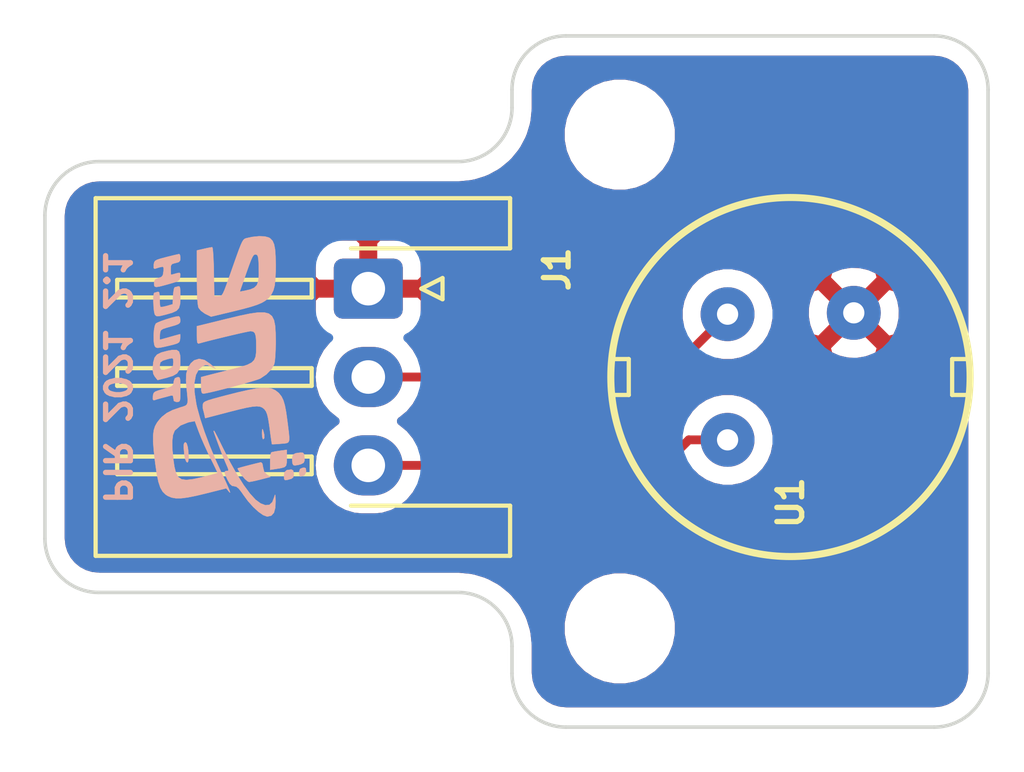
<source format=kicad_pcb>
(kicad_pcb (version 20171130) (host pcbnew "(5.1.8-0-10_14)")

  (general
    (thickness 1.6)
    (drawings 17)
    (tracks 9)
    (zones 0)
    (modules 5)
    (nets 4)
  )

  (page A4)
  (layers
    (0 F.Cu signal)
    (31 B.Cu signal)
    (32 B.Adhes user)
    (33 F.Adhes user)
    (34 B.Paste user)
    (35 F.Paste user)
    (36 B.SilkS user)
    (37 F.SilkS user)
    (38 B.Mask user)
    (39 F.Mask user)
    (40 Dwgs.User user)
    (41 Cmts.User user)
    (42 Eco1.User user)
    (43 Eco2.User user)
    (44 Edge.Cuts user)
    (45 Margin user)
    (46 B.CrtYd user)
    (47 F.CrtYd user)
    (48 B.Fab user)
    (49 F.Fab user)
  )

  (setup
    (last_trace_width 0.25)
    (trace_clearance 0.2)
    (zone_clearance 0.508)
    (zone_45_only no)
    (trace_min 0.2)
    (via_size 0.8)
    (via_drill 0.4)
    (via_min_size 0.4)
    (via_min_drill 0.3)
    (uvia_size 0.3)
    (uvia_drill 0.1)
    (uvias_allowed no)
    (uvia_min_size 0.2)
    (uvia_min_drill 0.1)
    (edge_width 0.1)
    (segment_width 0.2)
    (pcb_text_width 0.3)
    (pcb_text_size 1.5 1.5)
    (mod_edge_width 0.15)
    (mod_text_size 1 1)
    (mod_text_width 0.15)
    (pad_size 1.524 1.524)
    (pad_drill 0.762)
    (pad_to_mask_clearance 0)
    (aux_axis_origin 0 0)
    (visible_elements FFFFFF7F)
    (pcbplotparams
      (layerselection 0x010fc_ffffffff)
      (usegerberextensions false)
      (usegerberattributes true)
      (usegerberadvancedattributes true)
      (creategerberjobfile true)
      (excludeedgelayer true)
      (linewidth 0.100000)
      (plotframeref false)
      (viasonmask false)
      (mode 1)
      (useauxorigin false)
      (hpglpennumber 1)
      (hpglpenspeed 20)
      (hpglpendiameter 15.000000)
      (psnegative false)
      (psa4output false)
      (plotreference true)
      (plotvalue true)
      (plotinvisibletext false)
      (padsonsilk false)
      (subtractmaskfromsilk false)
      (outputformat 1)
      (mirror false)
      (drillshape 0)
      (scaleselection 1)
      (outputdirectory "gerber/"))
  )

  (net 0 "")
  (net 1 "Net-(J1-Pad3)")
  (net 2 "Net-(J1-Pad2)")
  (net 3 GND1)

  (net_class Default "This is the default net class."
    (clearance 0.2)
    (trace_width 0.25)
    (via_dia 0.8)
    (via_drill 0.4)
    (uvia_dia 0.3)
    (uvia_drill 0.1)
    (add_net GND1)
    (add_net "Net-(J1-Pad2)")
    (add_net "Net-(J1-Pad3)")
  )

  (module Sensor_Distance:EKMC1601111 (layer F.Cu) (tedit 606CBAA1) (tstamp 60776386)
    (at 122.174 74.168 90)
    (path /607FABAB)
    (fp_text reference U1 (at -3.556 0 90) (layer F.SilkS)
      (effects (font (size 0.7 0.7) (thickness 0.15)))
    )
    (fp_text value EKMC1601111 (at 0.508 6.096 90) (layer F.Fab) hide
      (effects (font (size 1 1) (thickness 0.15)))
    )
    (fp_line (start 0.508 4.572) (end 0.508 5.08) (layer F.SilkS) (width 0.12))
    (fp_line (start -0.508 4.572) (end 0.508 4.572) (layer F.SilkS) (width 0.12))
    (fp_line (start -0.508 5.08) (end -0.508 4.572) (layer F.SilkS) (width 0.12))
    (fp_line (start 0.508 -4.572) (end 0.508 -5.08) (layer F.SilkS) (width 0.12))
    (fp_line (start -0.508 -4.572) (end 0.508 -4.572) (layer F.SilkS) (width 0.12))
    (fp_line (start -0.508 -5.08) (end -0.508 -4.572) (layer F.SilkS) (width 0.12))
    (fp_circle (center 0 0) (end 5.08 0) (layer F.SilkS) (width 0.2))
    (pad 1 thru_hole circle (at 1.8161 1.7907 90) (size 1.524 1.524) (drill 0.6) (layers *.Cu *.Mask)
      (net 3 GND1))
    (pad 2 thru_hole circle (at -1.778 -1.778 90) (size 1.524 1.524) (drill 0.6) (layers *.Cu *.Mask)
      (net 1 "Net-(J1-Pad3)"))
    (pad 3 thru_hole circle (at 1.778 -1.778 90) (size 1.524 1.524) (drill 0.6) (layers *.Cu *.Mask)
      (net 2 "Net-(J1-Pad2)"))
  )

  (module logo:onetouchlogo (layer B.Cu) (tedit 60590C7D) (tstamp 60776378)
    (at 106.172 74.168 90)
    (path /607FAB83)
    (fp_text reference logo1 (at 1.27 3.81 90) (layer B.SilkS) hide
      (effects (font (size 1.524 1.524) (thickness 0.3)) (justify mirror))
    )
    (fp_text value LOGO (at 0 -3.81 90) (layer B.SilkS) hide
      (effects (font (size 1.524 1.524) (thickness 0.3)) (justify mirror))
    )
    (fp_poly (pts (xy -3.210654 0.138858) (xy -3.099976 0.093624) (xy -2.944613 0.024099) (xy -2.753012 -0.066245)
      (xy -2.735384 -0.074744) (xy -2.344779 -0.254012) (xy -1.945067 -0.42024) (xy -1.553623 -0.567044)
      (xy -1.18782 -0.688037) (xy -0.865032 -0.776835) (xy -0.76314 -0.799601) (xy -0.434225 -0.849507)
      (xy -0.158082 -0.853205) (xy 0.062231 -0.811202) (xy 0.223651 -0.724004) (xy 0.308262 -0.622169)
      (xy 0.341273 -0.54446) (xy 0.335623 -0.472413) (xy 0.300052 -0.387707) (xy 0.235996 -0.254)
      (xy 0.371998 -0.407049) (xy 0.480199 -0.56785) (xy 0.513694 -0.719718) (xy 0.472336 -0.858085)
      (xy 0.389619 -0.952356) (xy 0.260346 -1.034328) (xy 0.103336 -1.078888) (xy -0.097648 -1.088988)
      (xy -0.288166 -1.075606) (xy -0.493652 -1.05406) (xy -0.63519 -1.042822) (xy -0.726751 -1.046164)
      (xy -0.782306 -1.068355) (xy -0.815827 -1.113668) (xy -0.841285 -1.186373) (xy -0.860164 -1.250462)
      (xy -0.936409 -1.470636) (xy -1.019959 -1.635242) (xy -1.123542 -1.766681) (xy -1.188782 -1.828683)
      (xy -1.2887 -1.907453) (xy -1.391469 -1.964731) (xy -1.508794 -2.001678) (xy -1.652376 -2.019457)
      (xy -1.833921 -2.019228) (xy -2.065131 -2.002155) (xy -2.357711 -1.969398) (xy -2.46756 -1.955621)
      (xy -2.750369 -1.914345) (xy -2.966285 -1.869237) (xy -3.126567 -1.815856) (xy -3.242473 -1.749759)
      (xy -3.325262 -1.666502) (xy -3.366804 -1.600791) (xy -3.409875 -1.49664) (xy -3.431332 -1.376258)
      (xy -3.430372 -1.227866) (xy -3.411288 -1.079341) (xy -2.912365 -1.079341) (xy -2.894234 -1.215788)
      (xy -2.830627 -1.310708) (xy -2.715583 -1.37463) (xy -2.543141 -1.418087) (xy -2.381709 -1.442407)
      (xy -2.06849 -1.474661) (xy -1.824347 -1.480893) (xy -1.644586 -1.460891) (xy -1.524514 -1.414447)
      (xy -1.50895 -1.403319) (xy -1.369041 -1.243995) (xy -1.283091 -1.030011) (xy -1.27156 -0.975573)
      (xy -1.246882 -0.840154) (xy -1.551518 -0.727574) (xy -1.716462 -0.66173) (xy -1.920977 -0.572953)
      (xy -2.135326 -0.47443) (xy -2.278397 -0.40519) (xy -2.44248 -0.324184) (xy -2.579134 -0.257709)
      (xy -2.674319 -0.212527) (xy -2.713996 -0.195395) (xy -2.714152 -0.195385) (xy -2.728101 -0.230926)
      (xy -2.755998 -0.327621) (xy -2.79376 -0.470579) (xy -2.83604 -0.639741) (xy -2.89098 -0.890836)
      (xy -2.912365 -1.079341) (xy -3.411288 -1.079341) (xy -3.406192 -1.039689) (xy -3.357989 -0.799947)
      (xy -3.293969 -0.532612) (xy -3.14818 0.048468) (xy -3.264167 0.142568) (xy -3.2682 0.15633)
      (xy -3.210654 0.138858)) (layer B.SilkS) (width 0.01))
    (fp_poly (pts (xy -0.181843 -1.251346) (xy -0.078446 -1.256469) (xy -0.024366 -1.269539) (xy -0.005185 -1.294262)
      (xy -0.006486 -1.334347) (xy -0.007051 -1.338385) (xy -0.038022 -1.405637) (xy -0.119298 -1.435474)
      (xy -0.142969 -1.438287) (xy -0.207401 -1.449016) (xy -0.250834 -1.477108) (xy -0.284639 -1.53934)
      (xy -0.320187 -1.652487) (xy -0.341624 -1.731364) (xy -0.381958 -1.875296) (xy -0.414928 -1.960231)
      (xy -0.452214 -2.002967) (xy -0.505497 -2.020304) (xy -0.54586 -2.025101) (xy -0.632285 -2.026567)
      (xy -0.657822 -2.002732) (xy -0.652215 -1.978699) (xy -0.628698 -1.905472) (xy -0.597061 -1.793123)
      (xy -0.585992 -1.751137) (xy -0.554474 -1.631061) (xy -0.528353 -1.534628) (xy -0.522579 -1.514231)
      (xy -0.525706 -1.462722) (xy -0.587303 -1.446101) (xy -0.603059 -1.445847) (xy -0.678751 -1.43067)
      (xy -0.702753 -1.370183) (xy -0.703384 -1.348154) (xy -0.700616 -1.30205) (xy -0.682325 -1.273359)
      (xy -0.633528 -1.257952) (xy -0.539243 -1.251698) (xy -0.384489 -1.250468) (xy -0.348974 -1.250462)
      (xy -0.181843 -1.251346)) (layer B.SilkS) (width 0.01))
    (fp_poly (pts (xy 0.617446 -1.257897) (xy 0.719236 -1.288871) (xy 0.765016 -1.356386) (xy 0.765499 -1.473447)
      (xy 0.741697 -1.605756) (xy 0.694104 -1.788632) (xy 0.634944 -1.907851) (xy 0.549896 -1.977862)
      (xy 0.424634 -2.013115) (xy 0.327726 -2.023341) (xy 0.181146 -2.027754) (xy 0.084493 -2.011757)
      (xy 0.011134 -1.97065) (xy 0.005981 -1.966547) (xy -0.08479 -1.893045) (xy -0.038085 -1.708134)
      (xy 0.19887 -1.708134) (xy 0.202049 -1.79132) (xy 0.25105 -1.829946) (xy 0.313583 -1.836616)
      (xy 0.412256 -1.817069) (xy 0.463882 -1.749466) (xy 0.464169 -1.748693) (xy 0.498931 -1.640658)
      (xy 0.522561 -1.553308) (xy 0.533634 -1.480984) (xy 0.505634 -1.45153) (xy 0.419425 -1.445849)
      (xy 0.414875 -1.445847) (xy 0.317854 -1.457068) (xy 0.264787 -1.50596) (xy 0.238284 -1.568909)
      (xy 0.19887 -1.708134) (xy -0.038085 -1.708134) (xy -0.02091 -1.640138) (xy 0.034933 -1.459775)
      (xy 0.103489 -1.344132) (xy 0.200868 -1.279848) (xy 0.343178 -1.253563) (xy 0.448929 -1.250462)
      (xy 0.617446 -1.257897)) (layer B.SilkS) (width 0.01))
    (fp_poly (pts (xy 1.690437 -1.265785) (xy 1.719385 -1.299432) (xy 1.707097 -1.381501) (xy 1.675405 -1.505953)
      (xy 1.632071 -1.648682) (xy 1.584854 -1.785579) (xy 1.541515 -1.892538) (xy 1.512084 -1.943433)
      (xy 1.442511 -1.974039) (xy 1.321774 -1.994858) (xy 1.176371 -2.004866) (xy 1.0328 -2.00304)
      (xy 0.917558 -1.988357) (xy 0.865794 -1.968392) (xy 0.837166 -1.939536) (xy 0.825883 -1.895827)
      (xy 0.83266 -1.820257) (xy 0.858214 -1.695814) (xy 0.881457 -1.596494) (xy 0.920239 -1.438756)
      (xy 0.950806 -1.341581) (xy 0.982536 -1.289385) (xy 1.024808 -1.266583) (xy 1.0853 -1.257755)
      (xy 1.171204 -1.252748) (xy 1.211043 -1.257001) (xy 1.211385 -1.25788) (xy 1.201441 -1.29867)
      (xy 1.175216 -1.394775) (xy 1.138118 -1.526425) (xy 1.133231 -1.543539) (xy 1.0952 -1.678084)
      (xy 1.067397 -1.779417) (xy 1.05523 -1.827781) (xy 1.055077 -1.829081) (xy 1.089484 -1.8341)
      (xy 1.174824 -1.831209) (xy 1.201477 -1.829205) (xy 1.276588 -1.820384) (xy 1.325289 -1.798205)
      (xy 1.360122 -1.74611) (xy 1.393631 -1.647542) (xy 1.425271 -1.53377) (xy 1.466905 -1.389031)
      (xy 1.500394 -1.30429) (xy 1.536174 -1.263631) (xy 1.584679 -1.251138) (xy 1.611025 -1.250462)
      (xy 1.690437 -1.265785)) (layer B.SilkS) (width 0.01))
    (fp_poly (pts (xy 2.431883 -1.252439) (xy 2.522683 -1.260341) (xy 2.562811 -1.277119) (xy 2.565982 -1.305727)
      (xy 2.563719 -1.312273) (xy 2.542672 -1.385503) (xy 2.54 -1.408101) (xy 2.504446 -1.427583)
      (xy 2.411852 -1.444379) (xy 2.29993 -1.453751) (xy 2.05986 -1.465385) (xy 2.011521 -1.629617)
      (xy 1.986565 -1.733913) (xy 1.980592 -1.803327) (xy 1.984565 -1.815232) (xy 2.032543 -1.827116)
      (xy 2.133127 -1.83488) (xy 2.21854 -1.836616) (xy 2.340736 -1.840128) (xy 2.400141 -1.853978)
      (xy 2.411935 -1.883131) (xy 2.407412 -1.898427) (xy 2.386525 -1.966632) (xy 2.383693 -1.98635)
      (xy 2.348583 -2.002942) (xy 2.258123 -2.011413) (xy 2.134615 -2.012467) (xy 2.000364 -2.006809)
      (xy 1.877673 -1.995144) (xy 1.788844 -1.978176) (xy 1.76234 -1.966719) (xy 1.731172 -1.935903)
      (xy 1.720533 -1.891005) (xy 1.730852 -1.812677) (xy 1.762553 -1.681571) (xy 1.769188 -1.656124)
      (xy 1.821591 -1.475524) (xy 1.876593 -1.358216) (xy 1.95113 -1.290662) (xy 2.062136 -1.259325)
      (xy 2.226547 -1.250669) (xy 2.276699 -1.250462) (xy 2.431883 -1.252439)) (layer B.SilkS) (width 0.01))
    (fp_poly (pts (xy 3.445785 -1.259278) (xy 3.478867 -1.27977) (xy 3.47014 -1.328446) (xy 3.445937 -1.433791)
      (xy 3.410688 -1.576899) (xy 3.392639 -1.647668) (xy 3.350036 -1.80861) (xy 3.317123 -1.909069)
      (xy 3.284504 -1.964349) (xy 3.242784 -1.989754) (xy 3.182568 -2.00059) (xy 3.175471 -2.001426)
      (xy 3.087874 -2.004231) (xy 3.062122 -1.980737) (xy 3.066481 -1.962051) (xy 3.092204 -1.882215)
      (xy 3.111684 -1.810796) (xy 3.121435 -1.748768) (xy 3.095588 -1.724073) (xy 3.015405 -1.724166)
      (xy 2.985757 -1.726503) (xy 2.883319 -1.74364) (xy 2.829743 -1.787002) (xy 2.799356 -1.865924)
      (xy 2.761564 -1.955336) (xy 2.701589 -1.989467) (xy 2.651578 -1.992924) (xy 2.592595 -1.989841)
      (xy 2.558446 -1.971859) (xy 2.548452 -1.925879) (xy 2.561931 -1.838799) (xy 2.598203 -1.697519)
      (xy 2.630249 -1.582616) (xy 2.674935 -1.429256) (xy 2.709845 -1.335693) (xy 2.745242 -1.286181)
      (xy 2.79139 -1.264975) (xy 2.84193 -1.257909) (xy 2.924032 -1.253977) (xy 2.949766 -1.278817)
      (xy 2.934793 -1.353542) (xy 2.928708 -1.374882) (xy 2.903882 -1.464048) (xy 2.891893 -1.51223)
      (xy 2.891693 -1.513973) (xy 2.926381 -1.520285) (xy 3.012912 -1.523764) (xy 3.046229 -1.524)
      (xy 3.147126 -1.518367) (xy 3.19666 -1.487977) (xy 3.221492 -1.412595) (xy 3.226425 -1.387231)
      (xy 3.252746 -1.294392) (xy 3.299243 -1.256584) (xy 3.364964 -1.250462) (xy 3.445785 -1.259278)) (layer B.SilkS) (width 0.01))
    (fp_poly (pts (xy 1.253283 1.442757) (xy 1.455514 1.428791) (xy 1.610811 1.396896) (xy 1.722341 1.340021)
      (xy 1.793273 1.251116) (xy 1.826776 1.123129) (xy 1.82602 0.949009) (xy 1.794173 0.721706)
      (xy 1.734404 0.434169) (xy 1.649882 0.079346) (xy 1.637585 0.029307) (xy 1.437956 -0.781539)
      (xy 1.185268 -0.781539) (xy 1.049181 -0.779137) (xy 0.975744 -0.768899) (xy 0.949518 -0.746281)
      (xy 0.953048 -0.713154) (xy 0.986584 -0.593316) (xy 1.029745 -0.427808) (xy 1.078923 -0.231782)
      (xy 1.130511 -0.020389) (xy 1.180901 0.191221) (xy 1.226486 0.387896) (xy 1.263659 0.554486)
      (xy 1.288813 0.675839) (xy 1.29834 0.736804) (xy 1.298345 0.737136) (xy 1.287519 0.808665)
      (xy 1.244981 0.855829) (xy 1.158303 0.883317) (xy 1.01506 0.895819) (xy 0.871641 0.89817)
      (xy 0.703901 0.895148) (xy 0.576756 0.878648) (xy 0.480985 0.838592) (xy 0.407369 0.764901)
      (xy 0.346688 0.647499) (xy 0.289721 0.476306) (xy 0.227249 0.241245) (xy 0.210822 0.175846)
      (xy 0.158271 -0.033802) (xy 0.109219 -0.228551) (xy 0.068361 -0.389825) (xy 0.040392 -0.499044)
      (xy 0.035509 -0.51777) (xy -0.003012 -0.664308) (xy -0.235968 -0.664308) (xy -0.370762 -0.65997)
      (xy -0.443068 -0.644317) (xy -0.468202 -0.613391) (xy -0.468923 -0.604116) (xy -0.458624 -0.530631)
      (xy -0.430394 -0.397235) (xy -0.388234 -0.219029) (xy -0.336145 -0.011117) (xy -0.278127 0.211398)
      (xy -0.218181 0.433416) (xy -0.160309 0.639833) (xy -0.10851 0.815547) (xy -0.066786 0.945456)
      (xy -0.041106 1.010824) (xy 0.074926 1.182395) (xy 0.222376 1.323005) (xy 0.364006 1.404283)
      (xy 0.443555 1.419822) (xy 0.582756 1.432718) (xy 0.763122 1.441765) (xy 0.966163 1.445757)
      (xy 1.000946 1.445846) (xy 1.253283 1.442757)) (layer B.SilkS) (width 0.01))
    (fp_poly (pts (xy 3.416275 1.441659) (xy 3.612767 1.427231) (xy 3.75442 1.399763) (xy 3.852714 1.356454)
      (xy 3.919128 1.294503) (xy 3.945611 1.252626) (xy 3.977084 1.13761) (xy 3.983412 0.97469)
      (xy 3.964726 0.789915) (xy 3.942761 0.684114) (xy 3.931726 0.634263) (xy 3.921576 0.594401)
      (xy 3.904315 0.560577) (xy 3.871948 0.528839) (xy 3.816481 0.495234) (xy 3.729917 0.455812)
      (xy 3.604263 0.406621) (xy 3.431523 0.343708) (xy 3.203702 0.263122) (xy 2.912805 0.160911)
      (xy 2.813539 0.125968) (xy 2.606852 0.052573) (xy 2.462709 -0.001582) (xy 2.369845 -0.042958)
      (xy 2.316994 -0.078012) (xy 2.292893 -0.113204) (xy 2.286275 -0.15499) (xy 2.286 -0.176493)
      (xy 2.286 -0.293077) (xy 2.979616 -0.303748) (xy 3.202657 -0.309057) (xy 3.395914 -0.317244)
      (xy 3.546968 -0.327486) (xy 3.643402 -0.338964) (xy 3.673231 -0.349613) (xy 3.66501 -0.405286)
      (xy 3.643988 -0.509106) (xy 3.627443 -0.583173) (xy 3.581654 -0.781539) (xy 2.816596 -0.780963)
      (xy 2.502809 -0.778498) (xy 2.262597 -0.771465) (xy 2.091503 -0.75961) (xy 1.985068 -0.742678)
      (xy 1.953846 -0.731808) (xy 1.874365 -0.665841) (xy 1.798386 -0.562358) (xy 1.782417 -0.532534)
      (xy 1.708681 -0.381837) (xy 1.854988 0.229158) (xy 1.904546 0.42958) (xy 2.414022 0.42958)
      (xy 2.947366 0.615328) (xy 3.158461 0.690173) (xy 3.305667 0.746525) (xy 3.399529 0.789714)
      (xy 3.450592 0.825069) (xy 3.4694 0.85792) (xy 3.469509 0.87923) (xy 3.457052 0.916602)
      (xy 3.422504 0.940718) (xy 3.350648 0.955287) (xy 3.226269 0.964017) (xy 3.103032 0.968538)
      (xy 2.874631 0.970478) (xy 2.710645 0.954423) (xy 2.597993 0.91252) (xy 2.523596 0.836914)
      (xy 2.474376 0.719749) (xy 2.440487 0.570654) (xy 2.414022 0.42958) (xy 1.904546 0.42958)
      (xy 1.927673 0.523106) (xy 1.990328 0.751403) (xy 2.047275 0.925225) (xy 2.102835 1.055745)
      (xy 2.161327 1.15414) (xy 2.227074 1.231584) (xy 2.251612 1.254913) (xy 2.345449 1.327702)
      (xy 2.45134 1.380031) (xy 2.583594 1.414931) (xy 2.756525 1.435432) (xy 2.984442 1.444564)
      (xy 3.153464 1.445846) (xy 3.416275 1.441659)) (layer B.SilkS) (width 0.01))
    (fp_poly (pts (xy -1.569262 1.81618) (xy -1.37151 1.79162) (xy -1.255568 1.777063) (xy -0.996816 1.741386)
      (xy -0.802239 1.704529) (xy -0.657928 1.662014) (xy -0.549974 1.609362) (xy -0.464468 1.542095)
      (xy -0.436352 1.513274) (xy -0.374332 1.432138) (xy -0.3317 1.338358) (xy -0.309094 1.223608)
      (xy -0.307151 1.07956) (xy -0.32651 0.897888) (xy -0.36781 0.670266) (xy -0.431687 0.388368)
      (xy -0.51878 0.043866) (xy -0.5613 -0.117231) (xy -0.61595 -0.318306) (xy -0.657379 -0.455755)
      (xy -0.691115 -0.541821) (xy -0.722688 -0.588749) (xy -0.757629 -0.608784) (xy -0.785304 -0.613228)
      (xy -0.874442 -0.613801) (xy -0.918307 -0.606877) (xy -0.983737 -0.588507) (xy -1.060326 -0.570424)
      (xy -1.163268 -0.547857) (xy -0.992112 0.107071) (xy -0.91894 0.393934) (xy -0.867493 0.616323)
      (xy -0.836983 0.784604) (xy -0.826624 0.909146) (xy -0.835632 1.000315) (xy -0.863219 1.06848)
      (xy -0.908599 1.124007) (xy -0.914576 1.129725) (xy -0.973286 1.172294) (xy -1.056718 1.205945)
      (xy -1.180536 1.234943) (xy -1.360406 1.263553) (xy -1.451106 1.275784) (xy -1.62688 1.299285)
      (xy -1.770994 1.319594) (xy -1.86773 1.334426) (xy -1.901366 1.341263) (xy -1.902125 1.380917)
      (xy -1.896474 1.476672) (xy -1.886947 1.592785) (xy -1.879213 1.691147) (xy -1.868918 1.760526)
      (xy -1.844419 1.80432) (xy -1.794073 1.825928) (xy -1.706235 1.828749) (xy -1.569262 1.81618)) (layer B.SilkS) (width 0.01))
    (fp_poly (pts (xy -3.390093 1.438323) (xy -3.333859 1.431812) (xy -3.342821 1.420591) (xy -3.389682 1.407753)
      (xy -3.540684 1.350975) (xy -3.619074 1.26694) (xy -3.626997 1.151192) (xy -3.576849 1.018533)
      (xy -3.472781 0.877482) (xy -3.298421 0.717058) (xy -3.058336 0.540344) (xy -2.757092 0.350426)
      (xy -2.399255 0.150386) (xy -1.989391 -0.056693) (xy -1.973099 -0.06454) (xy -1.804291 -0.146897)
      (xy -1.664448 -0.217378) (xy -1.566834 -0.269131) (xy -1.524713 -0.295303) (xy -1.524 -0.296554)
      (xy -1.52364 -0.305467) (xy -1.531377 -0.30825) (xy -1.560434 -0.300712) (xy -1.624032 -0.27866)
      (xy -1.735395 -0.237904) (xy -1.895231 -0.178871) (xy -2.075527 -0.110837) (xy -2.252505 -0.04158)
      (xy -2.396559 0.017237) (xy -2.435778 0.034101) (xy -2.557028 0.086741) (xy -2.62325 0.110041)
      (xy -2.651083 0.105843) (xy -2.657163 0.075989) (xy -2.657231 0.058615) (xy -2.668451 0.014166)
      (xy -2.710689 0.005383) (xy -2.796814 0.033656) (xy -2.910185 0.08594) (xy -3.021849 0.149208)
      (xy -3.075461 0.208637) (xy -3.088154 0.271555) (xy -3.104169 0.336948) (xy -3.159282 0.404242)
      (xy -3.266333 0.487265) (xy -3.325911 0.527538) (xy -3.510027 0.663011) (xy -3.675662 0.810625)
      (xy -3.811244 0.957616) (xy -3.9052 1.091219) (xy -3.945958 1.19867) (xy -3.946769 1.212317)
      (xy -3.920916 1.322837) (xy -3.839382 1.395678) (xy -3.696208 1.434031) (xy -3.517997 1.441846)
      (xy -3.390093 1.438323)) (layer B.SilkS) (width 0.01))
    (fp_poly (pts (xy -2.761976 1.197126) (xy -2.678195 1.118534) (xy -2.55044 1.086783) (xy -2.449863 1.068652)
      (xy -2.415264 1.032976) (xy -2.416472 1.016) (xy -2.446551 0.888759) (xy -2.483063 0.742641)
      (xy -2.520707 0.597768) (xy -2.554181 0.474265) (xy -2.578186 0.392252) (xy -2.58658 0.37024)
      (xy -2.622287 0.384202) (xy -2.701627 0.433657) (xy -2.784699 0.491629) (xy -2.885667 0.576148)
      (xy -2.951713 0.65328) (xy -2.967593 0.693995) (xy -2.956944 0.764728) (xy -2.931186 0.884849)
      (xy -2.895892 1.028378) (xy -2.895821 1.02865) (xy -2.826302 1.2953) (xy -2.761976 1.197126)) (layer B.SilkS) (width 0.01))
    (fp_poly (pts (xy -1.634205 1.122112) (xy -1.524 1.094153) (xy -1.474479 1.074744) (xy -1.487764 1.064413)
      (xy -1.570927 1.059521) (xy -1.592384 1.058972) (xy -1.693752 1.064772) (xy -1.752533 1.083961)
      (xy -1.758461 1.094153) (xy -1.725315 1.125042) (xy -1.634205 1.122112)) (layer B.SilkS) (width 0.01))
    (fp_poly (pts (xy -2.087925 1.555552) (xy -2.106706 1.434578) (xy -2.125363 1.34666) (xy -2.134342 1.321091)
      (xy -2.180831 1.304349) (xy -2.281733 1.292908) (xy -2.389433 1.289538) (xy -2.625023 1.289538)
      (xy -2.599195 1.455615) (xy -2.574192 1.606824) (xy -2.546862 1.696877) (xy -2.501448 1.741611)
      (xy -2.422195 1.75686) (xy -2.297871 1.758461) (xy -2.061008 1.758461) (xy -2.087925 1.555552)) (layer B.SilkS) (width 0.01))
    (fp_poly (pts (xy -2.647685 1.940517) (xy -2.618773 1.892568) (xy -2.618154 1.878888) (xy -2.635856 1.758126)
      (xy -2.696648 1.6962) (xy -2.798925 1.680307) (xy -2.887494 1.68553) (xy -2.917213 1.713976)
      (xy -2.907278 1.784808) (xy -2.906572 1.787769) (xy -2.876975 1.891472) (xy -2.839662 1.939567)
      (xy -2.772484 1.953255) (xy -2.733078 1.953846) (xy -2.647685 1.940517)) (layer B.SilkS) (width 0.01))
    (fp_poly (pts (xy -2.276299 2.259055) (xy -2.180812 2.24574) (xy -2.142295 2.214008) (xy -2.139586 2.143648)
      (xy -2.140848 2.129692) (xy -2.158972 2.006082) (xy -2.194859 1.941721) (xy -2.266324 1.917703)
      (xy -2.343389 1.914769) (xy -2.446528 1.92145) (xy -2.492233 1.947911) (xy -2.500923 1.990379)
      (xy -2.487073 2.084474) (xy -2.461915 2.168588) (xy -2.424903 2.236311) (xy -2.365758 2.26108)
      (xy -2.276299 2.259055)) (layer B.SilkS) (width 0.01))
    (fp_poly (pts (xy -2.582461 2.295908) (xy -2.563451 2.25219) (xy -2.569513 2.207846) (xy -2.601354 2.134977)
      (xy -2.674806 2.110868) (xy -2.700863 2.110153) (xy -2.781198 2.120937) (xy -2.813538 2.146034)
      (xy -2.783621 2.250769) (xy -2.698899 2.3018) (xy -2.658469 2.305538) (xy -2.582461 2.295908)) (layer B.SilkS) (width 0.01))
    (fp_poly (pts (xy -2.114487 -1.024043) (xy -1.976646 -1.04356) (xy -1.88218 -1.071489) (xy -1.847307 -1.10434)
      (xy -1.84815 -1.109275) (xy -1.869166 -1.139534) (xy -1.917139 -1.153859) (xy -2.008068 -1.153565)
      (xy -2.157956 -1.139968) (xy -2.185273 -1.136999) (xy -2.314876 -1.113427) (xy -2.394444 -1.081597)
      (xy -2.41773 -1.049503) (xy -2.378486 -1.02514) (xy -2.279487 -1.01643) (xy -2.114487 -1.024043)) (layer B.SilkS) (width 0.01))
  )

  (module Connector_JST:JST_XH_S3B-XH-A-1_1x03_P2.50mm_Horizontal (layer F.Cu) (tedit 5C281476) (tstamp 60776512)
    (at 110.236 71.668 270)
    (descr "JST XH series connector, S3B-XH-A-1 (http://www.jst-mfg.com/product/pdf/eng/eXH.pdf), generated with kicad-footprint-generator")
    (tags "connector JST XH horizontal")
    (path /607FABA5)
    (fp_text reference J1 (at -0.548 -5.334 90) (layer F.SilkS)
      (effects (font (size 0.7 0.7) (thickness 0.15)))
    )
    (fp_text value LED (at 2.5 8.8 90) (layer F.Fab) hide
      (effects (font (size 1 1) (thickness 0.15)))
    )
    (fp_line (start -2.95 -4.4) (end -2.95 8.1) (layer F.CrtYd) (width 0.05))
    (fp_line (start -2.95 8.1) (end 7.95 8.1) (layer F.CrtYd) (width 0.05))
    (fp_line (start 7.95 8.1) (end 7.95 -4.4) (layer F.CrtYd) (width 0.05))
    (fp_line (start 7.95 -4.4) (end -2.95 -4.4) (layer F.CrtYd) (width 0.05))
    (fp_line (start 2.5 7.71) (end -2.56 7.71) (layer F.SilkS) (width 0.12))
    (fp_line (start -2.56 7.71) (end -2.56 -4.01) (layer F.SilkS) (width 0.12))
    (fp_line (start -2.56 -4.01) (end -1.14 -4.01) (layer F.SilkS) (width 0.12))
    (fp_line (start -1.14 -4.01) (end -1.14 0.49) (layer F.SilkS) (width 0.12))
    (fp_line (start 2.5 7.71) (end 7.56 7.71) (layer F.SilkS) (width 0.12))
    (fp_line (start 7.56 7.71) (end 7.56 -4.01) (layer F.SilkS) (width 0.12))
    (fp_line (start 7.56 -4.01) (end 6.14 -4.01) (layer F.SilkS) (width 0.12))
    (fp_line (start 6.14 -4.01) (end 6.14 0.49) (layer F.SilkS) (width 0.12))
    (fp_line (start 2.5 7.6) (end -2.45 7.6) (layer F.Fab) (width 0.1))
    (fp_line (start -2.45 7.6) (end -2.45 -3.9) (layer F.Fab) (width 0.1))
    (fp_line (start -2.45 -3.9) (end -1.25 -3.9) (layer F.Fab) (width 0.1))
    (fp_line (start -1.25 -3.9) (end -1.25 0.6) (layer F.Fab) (width 0.1))
    (fp_line (start -1.25 0.6) (end 2.5 0.6) (layer F.Fab) (width 0.1))
    (fp_line (start 2.5 7.6) (end 7.45 7.6) (layer F.Fab) (width 0.1))
    (fp_line (start 7.45 7.6) (end 7.45 -3.9) (layer F.Fab) (width 0.1))
    (fp_line (start 7.45 -3.9) (end 6.25 -3.9) (layer F.Fab) (width 0.1))
    (fp_line (start 6.25 -3.9) (end 6.25 0.6) (layer F.Fab) (width 0.1))
    (fp_line (start 6.25 0.6) (end 2.5 0.6) (layer F.Fab) (width 0.1))
    (fp_line (start -0.25 1.6) (end -0.25 7.1) (layer F.SilkS) (width 0.12))
    (fp_line (start -0.25 7.1) (end 0.25 7.1) (layer F.SilkS) (width 0.12))
    (fp_line (start 0.25 7.1) (end 0.25 1.6) (layer F.SilkS) (width 0.12))
    (fp_line (start 0.25 1.6) (end -0.25 1.6) (layer F.SilkS) (width 0.12))
    (fp_line (start 2.25 1.6) (end 2.25 7.1) (layer F.SilkS) (width 0.12))
    (fp_line (start 2.25 7.1) (end 2.75 7.1) (layer F.SilkS) (width 0.12))
    (fp_line (start 2.75 7.1) (end 2.75 1.6) (layer F.SilkS) (width 0.12))
    (fp_line (start 2.75 1.6) (end 2.25 1.6) (layer F.SilkS) (width 0.12))
    (fp_line (start 4.75 1.6) (end 4.75 7.1) (layer F.SilkS) (width 0.12))
    (fp_line (start 4.75 7.1) (end 5.25 7.1) (layer F.SilkS) (width 0.12))
    (fp_line (start 5.25 7.1) (end 5.25 1.6) (layer F.SilkS) (width 0.12))
    (fp_line (start 5.25 1.6) (end 4.75 1.6) (layer F.SilkS) (width 0.12))
    (fp_line (start 0 -1.5) (end -0.3 -2.1) (layer F.SilkS) (width 0.12))
    (fp_line (start -0.3 -2.1) (end 0.3 -2.1) (layer F.SilkS) (width 0.12))
    (fp_line (start 0.3 -2.1) (end 0 -1.5) (layer F.SilkS) (width 0.12))
    (fp_line (start -0.625 0.6) (end 0 -0.4) (layer F.Fab) (width 0.1))
    (fp_line (start 0 -0.4) (end 0.625 0.6) (layer F.Fab) (width 0.1))
    (fp_text user %R (at 2.5 1.85 90) (layer F.Fab) hide
      (effects (font (size 1 1) (thickness 0.15)))
    )
    (pad 3 thru_hole oval (at 5 0 270) (size 1.7 1.95) (drill 0.95) (layers *.Cu *.Mask)
      (net 1 "Net-(J1-Pad3)"))
    (pad 2 thru_hole oval (at 2.5 0 270) (size 1.7 1.95) (drill 0.95) (layers *.Cu *.Mask)
      (net 2 "Net-(J1-Pad2)"))
    (pad 1 thru_hole roundrect (at 0 0 270) (size 1.7 1.95) (drill 0.95) (layers *.Cu *.Mask) (roundrect_rratio 0.1470588235294118)
      (net 3 GND1))
    (model ${KISYS3DMOD}/Connector_JST.3dshapes/JST_XH_S3B-XH-A-1_1x03_P2.50mm_Horizontal.wrl
      (at (xyz 0 0 0))
      (scale (xyz 1 1 1))
      (rotate (xyz 0 0 0))
    )
  )

  (module MountingHole:MountingHole_2.1mm (layer F.Cu) (tedit 5B924765) (tstamp 607766B9)
    (at 117.348 81.28)
    (descr "Mounting Hole 2.1mm, no annular")
    (tags "mounting hole 2.1mm no annular")
    (path /607FAB91)
    (attr virtual)
    (fp_text reference H2 (at 0 -3.2) (layer F.SilkS) hide
      (effects (font (size 1 1) (thickness 0.15)))
    )
    (fp_text value MountingHole (at 0 3.2) (layer F.Fab) hide
      (effects (font (size 1 1) (thickness 0.15)))
    )
    (fp_circle (center 0 0) (end 2.1 0) (layer Cmts.User) (width 0.15))
    (fp_circle (center 0 0) (end 2.35 0) (layer F.CrtYd) (width 0.05))
    (fp_text user %R (at 0.3 0) (layer F.Fab) hide
      (effects (font (size 1 1) (thickness 0.15)))
    )
    (pad "" np_thru_hole circle (at 0 0) (size 2.1 2.1) (drill 2.1) (layers *.Cu *.Mask))
  )

  (module MountingHole:MountingHole_2.1mm (layer F.Cu) (tedit 5B924765) (tstamp 6077632C)
    (at 117.348 67.31)
    (descr "Mounting Hole 2.1mm, no annular")
    (tags "mounting hole 2.1mm no annular")
    (path /607FAB97)
    (attr virtual)
    (fp_text reference H1 (at 0 -3.2) (layer F.SilkS) hide
      (effects (font (size 1 1) (thickness 0.15)))
    )
    (fp_text value MountingHole (at 0 3.2) (layer F.Fab) hide
      (effects (font (size 1 1) (thickness 0.15)))
    )
    (fp_circle (center 0 0) (end 2.35 0) (layer F.CrtYd) (width 0.05))
    (fp_circle (center 0 0) (end 2.1 0) (layer Cmts.User) (width 0.15))
    (fp_text user %R (at 0.3 0) (layer F.Fab) hide
      (effects (font (size 1 1) (thickness 0.15)))
    )
    (pad "" np_thru_hole circle (at 0 0) (size 2.1 2.1) (drill 2.1) (layers *.Cu *.Mask))
  )

  (gr_text "PIR 2021 2.1" (at 103.124 74.168 270) (layer B.SilkS)
    (effects (font (size 0.7 0.7) (thickness 0.15)) (justify mirror))
  )
  (gr_line (start 101.092 78.74) (end 101.092 69.596) (layer Edge.Cuts) (width 0.1) (tstamp 60776847))
  (gr_line (start 114.3 82.55) (end 114.3 81.788) (layer Edge.Cuts) (width 0.1) (tstamp 60776846))
  (gr_arc (start 102.616 78.74) (end 101.092 78.74) (angle -90) (layer Edge.Cuts) (width 0.1) (tstamp 60776842))
  (gr_line (start 112.776 80.264) (end 102.616 80.264) (layer Edge.Cuts) (width 0.1) (tstamp 6077683D))
  (gr_arc (start 112.776 81.788) (end 114.3 81.788) (angle -90) (layer Edge.Cuts) (width 0.1) (tstamp 60776834))
  (gr_arc (start 102.616 69.596) (end 102.616 68.072) (angle -90) (layer Edge.Cuts) (width 0.1) (tstamp 60776823))
  (gr_line (start 114.3 66.548) (end 114.3 66.04) (layer Edge.Cuts) (width 0.1) (tstamp 60776821))
  (gr_arc (start 112.776 66.548) (end 112.776 68.072) (angle -90) (layer Edge.Cuts) (width 0.1) (tstamp 6077681B))
  (gr_line (start 112.776 68.072) (end 102.616 68.072) (layer Edge.Cuts) (width 0.1) (tstamp 60776814))
  (gr_arc (start 115.824 66.04) (end 115.824 64.516) (angle -90) (layer Edge.Cuts) (width 0.1) (tstamp 607767FC))
  (gr_arc (start 115.824 82.55) (end 114.3 82.55) (angle -90) (layer Edge.Cuts) (width 0.1) (tstamp 607767F7))
  (gr_line (start 126.238 64.516) (end 115.824 64.516) (layer Edge.Cuts) (width 0.1) (tstamp 607767E8))
  (gr_arc (start 126.238 66.04) (end 127.762 66.04) (angle -90) (layer Edge.Cuts) (width 0.1) (tstamp 607767E3))
  (gr_line (start 127.762 82.55) (end 127.762 66.04) (layer Edge.Cuts) (width 0.1))
  (gr_line (start 126.238 84.074) (end 115.824 84.074) (layer Edge.Cuts) (width 0.1))
  (gr_arc (start 126.238 82.55) (end 126.238 84.074) (angle -90) (layer Edge.Cuts) (width 0.1))

  (segment (start 110.236 76.668) (end 118.578 76.668) (width 0.25) (layer F.Cu) (net 1))
  (segment (start 119.3 75.946) (end 120.396 75.946) (width 0.25) (layer F.Cu) (net 1))
  (segment (start 118.578 76.668) (end 119.3 75.946) (width 0.25) (layer F.Cu) (net 1))
  (segment (start 118.618 74.168) (end 120.396 72.39) (width 0.25) (layer F.Cu) (net 2))
  (segment (start 110.236 74.168) (end 118.618 74.168) (width 0.25) (layer F.Cu) (net 2))
  (segment (start 119.126 70.612) (end 122.2248 70.612) (width 0.25) (layer F.Cu) (net 3))
  (segment (start 122.2248 70.612) (end 123.9647 72.3519) (width 0.25) (layer F.Cu) (net 3))
  (segment (start 118.364 71.668) (end 119.126 70.612) (width 0.25) (layer F.Cu) (net 3))
  (segment (start 110.236 71.668) (end 118.364 71.668) (width 0.25) (layer F.Cu) (net 3))

  (zone (net 3) (net_name GND1) (layer F.Cu) (tstamp 60789EAA) (hatch edge 0.508)
    (connect_pads (clearance 0.508))
    (min_thickness 0.254)
    (fill yes (arc_segments 32) (thermal_gap 0.508) (thermal_bridge_width 0.508))
    (polygon
      (pts
        (xy 128.27 84.836) (xy 100.33 84.836) (xy 100.33 64.008) (xy 128.27 64.008)
      )
    )
    (filled_polygon
      (pts
        (xy 126.400323 65.220201) (xy 126.556467 65.267344) (xy 126.70048 65.343917) (xy 126.826873 65.447) (xy 126.93084 65.572675)
        (xy 127.008415 65.716149) (xy 127.056646 65.871954) (xy 127.077001 66.065625) (xy 127.077 82.516497) (xy 127.057799 82.712326)
        (xy 127.010657 82.868466) (xy 126.934083 83.01248) (xy 126.831 83.138873) (xy 126.705325 83.242839) (xy 126.561854 83.320414)
        (xy 126.406046 83.368645) (xy 126.212384 83.389) (xy 115.857503 83.389) (xy 115.661674 83.369799) (xy 115.505534 83.322657)
        (xy 115.36152 83.246083) (xy 115.235127 83.143) (xy 115.131161 83.017325) (xy 115.053586 82.873854) (xy 115.005355 82.718046)
        (xy 114.985 82.524384) (xy 114.985 81.754353) (xy 114.982078 81.724689) (xy 114.982144 81.715278) (xy 114.981211 81.705759)
        (xy 114.950121 81.409956) (xy 114.937628 81.349095) (xy 114.926002 81.288152) (xy 114.923238 81.278995) (xy 114.872177 81.114042)
        (xy 115.663 81.114042) (xy 115.663 81.445958) (xy 115.727754 81.771496) (xy 115.854772 82.078147) (xy 116.039175 82.354125)
        (xy 116.273875 82.588825) (xy 116.549853 82.773228) (xy 116.856504 82.900246) (xy 117.182042 82.965) (xy 117.513958 82.965)
        (xy 117.839496 82.900246) (xy 118.146147 82.773228) (xy 118.422125 82.588825) (xy 118.656825 82.354125) (xy 118.841228 82.078147)
        (xy 118.968246 81.771496) (xy 119.033 81.445958) (xy 119.033 81.114042) (xy 118.968246 80.788504) (xy 118.841228 80.481853)
        (xy 118.656825 80.205875) (xy 118.422125 79.971175) (xy 118.146147 79.786772) (xy 117.839496 79.659754) (xy 117.513958 79.595)
        (xy 117.182042 79.595) (xy 116.856504 79.659754) (xy 116.549853 79.786772) (xy 116.273875 79.971175) (xy 116.039175 80.205875)
        (xy 115.854772 80.481853) (xy 115.727754 80.788504) (xy 115.663 81.114042) (xy 114.872177 81.114042) (xy 114.835284 80.994864)
        (xy 114.811226 80.937634) (xy 114.787968 80.880068) (xy 114.783478 80.871623) (xy 114.642012 80.609988) (xy 114.607301 80.558527)
        (xy 114.5733 80.506567) (xy 114.567255 80.499155) (xy 114.377666 80.26998) (xy 114.333611 80.226232) (xy 114.290172 80.181873)
        (xy 114.282803 80.175777) (xy 114.052309 79.987791) (xy 114.000596 79.953433) (xy 113.949369 79.918358) (xy 113.940956 79.913808)
        (xy 113.678338 79.774172) (xy 113.620933 79.750512) (xy 113.563876 79.726057) (xy 113.554739 79.723229) (xy 113.270001 79.63726)
        (xy 113.209071 79.625196) (xy 113.148368 79.612293) (xy 113.13886 79.611293) (xy 113.138856 79.611293) (xy 112.842844 79.582269)
        (xy 112.842837 79.582269) (xy 112.809647 79.579) (xy 102.649503 79.579) (xy 102.453674 79.559799) (xy 102.297534 79.512657)
        (xy 102.15352 79.436083) (xy 102.027127 79.333) (xy 101.923161 79.207325) (xy 101.845586 79.063854) (xy 101.797355 78.908046)
        (xy 101.777 78.714384) (xy 101.777 74.168) (xy 108.618815 74.168) (xy 108.647487 74.459111) (xy 108.732401 74.739034)
        (xy 108.870294 74.997014) (xy 109.055866 75.223134) (xy 109.281986 75.408706) (xy 109.299374 75.418) (xy 109.281986 75.427294)
        (xy 109.055866 75.612866) (xy 108.870294 75.838986) (xy 108.732401 76.096966) (xy 108.647487 76.376889) (xy 108.618815 76.668)
        (xy 108.647487 76.959111) (xy 108.732401 77.239034) (xy 108.870294 77.497014) (xy 109.055866 77.723134) (xy 109.281986 77.908706)
        (xy 109.539966 78.046599) (xy 109.819889 78.131513) (xy 110.03805 78.153) (xy 110.43395 78.153) (xy 110.652111 78.131513)
        (xy 110.932034 78.046599) (xy 111.190014 77.908706) (xy 111.416134 77.723134) (xy 111.601706 77.497014) (xy 111.638595 77.428)
        (xy 118.540678 77.428) (xy 118.578 77.431676) (xy 118.615322 77.428) (xy 118.615333 77.428) (xy 118.726986 77.417003)
        (xy 118.870247 77.373546) (xy 119.002276 77.302974) (xy 119.118001 77.208001) (xy 119.141803 77.178998) (xy 119.397573 76.923228)
        (xy 119.505465 77.03112) (xy 119.734273 77.184005) (xy 119.98851 77.289314) (xy 120.258408 77.343) (xy 120.533592 77.343)
        (xy 120.80349 77.289314) (xy 121.057727 77.184005) (xy 121.286535 77.03112) (xy 121.48112 76.836535) (xy 121.634005 76.607727)
        (xy 121.739314 76.35349) (xy 121.793 76.083592) (xy 121.793 75.808408) (xy 121.739314 75.53851) (xy 121.634005 75.284273)
        (xy 121.48112 75.055465) (xy 121.286535 74.86088) (xy 121.057727 74.707995) (xy 120.80349 74.602686) (xy 120.533592 74.549)
        (xy 120.258408 74.549) (xy 119.98851 74.602686) (xy 119.734273 74.707995) (xy 119.505465 74.86088) (xy 119.31088 75.055465)
        (xy 119.220911 75.190113) (xy 119.151014 75.196997) (xy 119.007753 75.240454) (xy 118.875724 75.311026) (xy 118.759999 75.405999)
        (xy 118.736201 75.434998) (xy 118.263199 75.908) (xy 111.638595 75.908) (xy 111.601706 75.838986) (xy 111.416134 75.612866)
        (xy 111.190014 75.427294) (xy 111.172626 75.418) (xy 111.190014 75.408706) (xy 111.416134 75.223134) (xy 111.601706 74.997014)
        (xy 111.638595 74.928) (xy 118.580678 74.928) (xy 118.618 74.931676) (xy 118.655322 74.928) (xy 118.655333 74.928)
        (xy 118.766986 74.917003) (xy 118.910247 74.873546) (xy 119.042276 74.802974) (xy 119.158001 74.708001) (xy 119.181804 74.678997)
        (xy 120.10443 73.756372) (xy 120.258408 73.787) (xy 120.533592 73.787) (xy 120.80349 73.733314) (xy 121.057727 73.628005)
        (xy 121.286535 73.47512) (xy 121.44419 73.317465) (xy 123.17874 73.317465) (xy 123.24572 73.557556) (xy 123.494748 73.674656)
        (xy 123.761835 73.740923) (xy 124.036717 73.75381) (xy 124.308833 73.712822) (xy 124.567723 73.619536) (xy 124.68368 73.557556)
        (xy 124.75066 73.317465) (xy 123.9647 72.531505) (xy 123.17874 73.317465) (xy 121.44419 73.317465) (xy 121.48112 73.280535)
        (xy 121.634005 73.051727) (xy 121.739314 72.79749) (xy 121.793 72.527592) (xy 121.793 72.423917) (xy 122.56279 72.423917)
        (xy 122.603778 72.696033) (xy 122.697064 72.954923) (xy 122.759044 73.07088) (xy 122.999135 73.13786) (xy 123.785095 72.3519)
        (xy 124.144305 72.3519) (xy 124.930265 73.13786) (xy 125.170356 73.07088) (xy 125.287456 72.821852) (xy 125.353723 72.554765)
        (xy 125.36661 72.279883) (xy 125.325622 72.007767) (xy 125.232336 71.748877) (xy 125.170356 71.63292) (xy 124.930265 71.56594)
        (xy 124.144305 72.3519) (xy 123.785095 72.3519) (xy 122.999135 71.56594) (xy 122.759044 71.63292) (xy 122.641944 71.881948)
        (xy 122.575677 72.149035) (xy 122.56279 72.423917) (xy 121.793 72.423917) (xy 121.793 72.252408) (xy 121.739314 71.98251)
        (xy 121.634005 71.728273) (xy 121.48112 71.499465) (xy 121.36799 71.386335) (xy 123.17874 71.386335) (xy 123.9647 72.172295)
        (xy 124.75066 71.386335) (xy 124.68368 71.146244) (xy 124.434652 71.029144) (xy 124.167565 70.962877) (xy 123.892683 70.94999)
        (xy 123.620567 70.990978) (xy 123.361677 71.084264) (xy 123.24572 71.146244) (xy 123.17874 71.386335) (xy 121.36799 71.386335)
        (xy 121.286535 71.30488) (xy 121.057727 71.151995) (xy 120.80349 71.046686) (xy 120.533592 70.993) (xy 120.258408 70.993)
        (xy 119.98851 71.046686) (xy 119.734273 71.151995) (xy 119.505465 71.30488) (xy 119.31088 71.499465) (xy 119.157995 71.728273)
        (xy 119.052686 71.98251) (xy 118.999 72.252408) (xy 118.999 72.527592) (xy 119.029628 72.68157) (xy 118.303199 73.408)
        (xy 111.638595 73.408) (xy 111.601706 73.338986) (xy 111.420392 73.118055) (xy 111.45518 73.107502) (xy 111.565494 73.048537)
        (xy 111.662185 72.969185) (xy 111.741537 72.872494) (xy 111.800502 72.76218) (xy 111.836812 72.642482) (xy 111.849072 72.518)
        (xy 111.846 71.95375) (xy 111.68725 71.795) (xy 110.363 71.795) (xy 110.363 71.815) (xy 110.109 71.815)
        (xy 110.109 71.795) (xy 108.78475 71.795) (xy 108.626 71.95375) (xy 108.622928 72.518) (xy 108.635188 72.642482)
        (xy 108.671498 72.76218) (xy 108.730463 72.872494) (xy 108.809815 72.969185) (xy 108.906506 73.048537) (xy 109.01682 73.107502)
        (xy 109.051608 73.118055) (xy 108.870294 73.338986) (xy 108.732401 73.596966) (xy 108.647487 73.876889) (xy 108.618815 74.168)
        (xy 101.777 74.168) (xy 101.777 70.818) (xy 108.622928 70.818) (xy 108.626 71.38225) (xy 108.78475 71.541)
        (xy 110.109 71.541) (xy 110.109 70.34175) (xy 110.363 70.34175) (xy 110.363 71.541) (xy 111.68725 71.541)
        (xy 111.846 71.38225) (xy 111.849072 70.818) (xy 111.836812 70.693518) (xy 111.800502 70.57382) (xy 111.741537 70.463506)
        (xy 111.662185 70.366815) (xy 111.565494 70.287463) (xy 111.45518 70.228498) (xy 111.335482 70.192188) (xy 111.211 70.179928)
        (xy 110.52175 70.183) (xy 110.363 70.34175) (xy 110.109 70.34175) (xy 109.95025 70.183) (xy 109.261 70.179928)
        (xy 109.136518 70.192188) (xy 109.01682 70.228498) (xy 108.906506 70.287463) (xy 108.809815 70.366815) (xy 108.730463 70.463506)
        (xy 108.671498 70.57382) (xy 108.635188 70.693518) (xy 108.622928 70.818) (xy 101.777 70.818) (xy 101.777 69.629504)
        (xy 101.796201 69.433677) (xy 101.843344 69.277533) (xy 101.919917 69.13352) (xy 102.023 69.007127) (xy 102.148675 68.90316)
        (xy 102.292149 68.825585) (xy 102.447954 68.777354) (xy 102.641616 68.757) (xy 112.809647 68.757) (xy 112.839311 68.754078)
        (xy 112.848722 68.754144) (xy 112.85824 68.753211) (xy 113.154044 68.722121) (xy 113.214898 68.70963) (xy 113.275849 68.698002)
        (xy 113.284999 68.69524) (xy 113.285003 68.695239) (xy 113.285006 68.695238) (xy 113.569136 68.607284) (xy 113.62639 68.583216)
        (xy 113.683932 68.559968) (xy 113.692374 68.555479) (xy 113.692379 68.555477) (xy 113.692384 68.555474) (xy 113.954012 68.414013)
        (xy 114.005501 68.379282) (xy 114.057432 68.3453) (xy 114.064844 68.339256) (xy 114.29402 68.149666) (xy 114.337769 68.105611)
        (xy 114.382127 68.062172) (xy 114.388223 68.054803) (xy 114.57621 67.824308) (xy 114.610589 67.772564) (xy 114.645642 67.721369)
        (xy 114.650192 67.712956) (xy 114.789828 67.450338) (xy 114.813494 67.392919) (xy 114.837943 67.335875) (xy 114.840772 67.326739)
        (xy 114.895931 67.144042) (xy 115.663 67.144042) (xy 115.663 67.475958) (xy 115.727754 67.801496) (xy 115.854772 68.108147)
        (xy 116.039175 68.384125) (xy 116.273875 68.618825) (xy 116.549853 68.803228) (xy 116.856504 68.930246) (xy 117.182042 68.995)
        (xy 117.513958 68.995) (xy 117.839496 68.930246) (xy 118.146147 68.803228) (xy 118.422125 68.618825) (xy 118.656825 68.384125)
        (xy 118.841228 68.108147) (xy 118.968246 67.801496) (xy 119.033 67.475958) (xy 119.033 67.144042) (xy 118.968246 66.818504)
        (xy 118.841228 66.511853) (xy 118.656825 66.235875) (xy 118.422125 66.001175) (xy 118.146147 65.816772) (xy 117.839496 65.689754)
        (xy 117.513958 65.625) (xy 117.182042 65.625) (xy 116.856504 65.689754) (xy 116.549853 65.816772) (xy 116.273875 66.001175)
        (xy 116.039175 66.235875) (xy 115.854772 66.511853) (xy 115.727754 66.818504) (xy 115.663 67.144042) (xy 114.895931 67.144042)
        (xy 114.92674 67.042001) (xy 114.938804 66.981071) (xy 114.951707 66.920368) (xy 114.952707 66.910857) (xy 114.981731 66.614844)
        (xy 114.981731 66.614837) (xy 114.985 66.581647) (xy 114.985 66.073504) (xy 115.004201 65.877677) (xy 115.051344 65.721533)
        (xy 115.127917 65.57752) (xy 115.231 65.451127) (xy 115.356675 65.34716) (xy 115.500149 65.269585) (xy 115.655954 65.221354)
        (xy 115.849616 65.201) (xy 126.204496 65.201)
      )
    )
  )
  (zone (net 0) (net_name "") (layer B.Cu) (tstamp 60789EA7) (hatch edge 0.508)
    (connect_pads (clearance 0.508))
    (min_thickness 0.254)
    (fill yes (arc_segments 32) (thermal_gap 0.508) (thermal_bridge_width 0.508))
    (polygon
      (pts
        (xy 128.778 85.344) (xy 99.822 85.344) (xy 99.822 63.5) (xy 128.778 63.5)
      )
    )
    (filled_polygon
      (pts
        (xy 126.400323 65.220201) (xy 126.556467 65.267344) (xy 126.70048 65.343917) (xy 126.826873 65.447) (xy 126.93084 65.572675)
        (xy 127.008415 65.716149) (xy 127.056646 65.871954) (xy 127.077001 66.065625) (xy 127.077 82.516497) (xy 127.057799 82.712326)
        (xy 127.010657 82.868466) (xy 126.934083 83.01248) (xy 126.831 83.138873) (xy 126.705325 83.242839) (xy 126.561854 83.320414)
        (xy 126.406046 83.368645) (xy 126.212384 83.389) (xy 115.857503 83.389) (xy 115.661674 83.369799) (xy 115.505534 83.322657)
        (xy 115.36152 83.246083) (xy 115.235127 83.143) (xy 115.131161 83.017325) (xy 115.053586 82.873854) (xy 115.005355 82.718046)
        (xy 114.985 82.524384) (xy 114.985 81.754353) (xy 114.982078 81.724689) (xy 114.982144 81.715278) (xy 114.981211 81.705759)
        (xy 114.950121 81.409956) (xy 114.937628 81.349095) (xy 114.926002 81.288152) (xy 114.923238 81.278995) (xy 114.872177 81.114042)
        (xy 115.663 81.114042) (xy 115.663 81.445958) (xy 115.727754 81.771496) (xy 115.854772 82.078147) (xy 116.039175 82.354125)
        (xy 116.273875 82.588825) (xy 116.549853 82.773228) (xy 116.856504 82.900246) (xy 117.182042 82.965) (xy 117.513958 82.965)
        (xy 117.839496 82.900246) (xy 118.146147 82.773228) (xy 118.422125 82.588825) (xy 118.656825 82.354125) (xy 118.841228 82.078147)
        (xy 118.968246 81.771496) (xy 119.033 81.445958) (xy 119.033 81.114042) (xy 118.968246 80.788504) (xy 118.841228 80.481853)
        (xy 118.656825 80.205875) (xy 118.422125 79.971175) (xy 118.146147 79.786772) (xy 117.839496 79.659754) (xy 117.513958 79.595)
        (xy 117.182042 79.595) (xy 116.856504 79.659754) (xy 116.549853 79.786772) (xy 116.273875 79.971175) (xy 116.039175 80.205875)
        (xy 115.854772 80.481853) (xy 115.727754 80.788504) (xy 115.663 81.114042) (xy 114.872177 81.114042) (xy 114.835284 80.994864)
        (xy 114.811226 80.937634) (xy 114.787968 80.880068) (xy 114.783478 80.871623) (xy 114.642012 80.609988) (xy 114.607301 80.558527)
        (xy 114.5733 80.506567) (xy 114.567255 80.499155) (xy 114.377666 80.26998) (xy 114.333611 80.226232) (xy 114.290172 80.181873)
        (xy 114.282803 80.175777) (xy 114.052309 79.987791) (xy 114.000596 79.953433) (xy 113.949369 79.918358) (xy 113.940956 79.913808)
        (xy 113.678338 79.774172) (xy 113.620933 79.750512) (xy 113.563876 79.726057) (xy 113.554739 79.723229) (xy 113.270001 79.63726)
        (xy 113.209071 79.625196) (xy 113.148368 79.612293) (xy 113.13886 79.611293) (xy 113.138856 79.611293) (xy 112.842844 79.582269)
        (xy 112.842837 79.582269) (xy 112.809647 79.579) (xy 102.649503 79.579) (xy 102.453674 79.559799) (xy 102.297534 79.512657)
        (xy 102.15352 79.436083) (xy 102.027127 79.333) (xy 101.923161 79.207325) (xy 101.845586 79.063854) (xy 101.797355 78.908046)
        (xy 101.777 78.714384) (xy 101.777 74.168) (xy 108.618815 74.168) (xy 108.647487 74.459111) (xy 108.732401 74.739034)
        (xy 108.870294 74.997014) (xy 109.055866 75.223134) (xy 109.281986 75.408706) (xy 109.299374 75.418) (xy 109.281986 75.427294)
        (xy 109.055866 75.612866) (xy 108.870294 75.838986) (xy 108.732401 76.096966) (xy 108.647487 76.376889) (xy 108.618815 76.668)
        (xy 108.647487 76.959111) (xy 108.732401 77.239034) (xy 108.870294 77.497014) (xy 109.055866 77.723134) (xy 109.281986 77.908706)
        (xy 109.539966 78.046599) (xy 109.819889 78.131513) (xy 110.03805 78.153) (xy 110.43395 78.153) (xy 110.652111 78.131513)
        (xy 110.932034 78.046599) (xy 111.190014 77.908706) (xy 111.416134 77.723134) (xy 111.601706 77.497014) (xy 111.739599 77.239034)
        (xy 111.824513 76.959111) (xy 111.853185 76.668) (xy 111.824513 76.376889) (xy 111.739599 76.096966) (xy 111.601706 75.838986)
        (xy 111.576612 75.808408) (xy 118.999 75.808408) (xy 118.999 76.083592) (xy 119.052686 76.35349) (xy 119.157995 76.607727)
        (xy 119.31088 76.836535) (xy 119.505465 77.03112) (xy 119.734273 77.184005) (xy 119.98851 77.289314) (xy 120.258408 77.343)
        (xy 120.533592 77.343) (xy 120.80349 77.289314) (xy 121.057727 77.184005) (xy 121.286535 77.03112) (xy 121.48112 76.836535)
        (xy 121.634005 76.607727) (xy 121.739314 76.35349) (xy 121.793 76.083592) (xy 121.793 75.808408) (xy 121.739314 75.53851)
        (xy 121.634005 75.284273) (xy 121.48112 75.055465) (xy 121.286535 74.86088) (xy 121.057727 74.707995) (xy 120.80349 74.602686)
        (xy 120.533592 74.549) (xy 120.258408 74.549) (xy 119.98851 74.602686) (xy 119.734273 74.707995) (xy 119.505465 74.86088)
        (xy 119.31088 75.055465) (xy 119.157995 75.284273) (xy 119.052686 75.53851) (xy 118.999 75.808408) (xy 111.576612 75.808408)
        (xy 111.416134 75.612866) (xy 111.190014 75.427294) (xy 111.172626 75.418) (xy 111.190014 75.408706) (xy 111.416134 75.223134)
        (xy 111.601706 74.997014) (xy 111.739599 74.739034) (xy 111.824513 74.459111) (xy 111.853185 74.168) (xy 111.824513 73.876889)
        (xy 111.739599 73.596966) (xy 111.601706 73.338986) (xy 111.416134 73.112866) (xy 111.352663 73.060777) (xy 111.454386 73.006405)
        (xy 111.588962 72.895962) (xy 111.699405 72.761386) (xy 111.781472 72.60785) (xy 111.832008 72.441254) (xy 111.849072 72.268)
        (xy 111.849072 72.252408) (xy 118.999 72.252408) (xy 118.999 72.527592) (xy 119.052686 72.79749) (xy 119.157995 73.051727)
        (xy 119.31088 73.280535) (xy 119.505465 73.47512) (xy 119.734273 73.628005) (xy 119.98851 73.733314) (xy 120.258408 73.787)
        (xy 120.533592 73.787) (xy 120.80349 73.733314) (xy 121.057727 73.628005) (xy 121.286535 73.47512) (xy 121.48112 73.280535)
        (xy 121.634005 73.051727) (xy 121.739314 72.79749) (xy 121.793 72.527592) (xy 121.793 72.252408) (xy 121.785422 72.214308)
        (xy 122.5677 72.214308) (xy 122.5677 72.489492) (xy 122.621386 72.75939) (xy 122.726695 73.013627) (xy 122.87958 73.242435)
        (xy 123.074165 73.43702) (xy 123.302973 73.589905) (xy 123.55721 73.695214) (xy 123.827108 73.7489) (xy 124.102292 73.7489)
        (xy 124.37219 73.695214) (xy 124.626427 73.589905) (xy 124.855235 73.43702) (xy 125.04982 73.242435) (xy 125.202705 73.013627)
        (xy 125.308014 72.75939) (xy 125.3617 72.489492) (xy 125.3617 72.214308) (xy 125.308014 71.94441) (xy 125.202705 71.690173)
        (xy 125.04982 71.461365) (xy 124.855235 71.26678) (xy 124.626427 71.113895) (xy 124.37219 71.008586) (xy 124.102292 70.9549)
        (xy 123.827108 70.9549) (xy 123.55721 71.008586) (xy 123.302973 71.113895) (xy 123.074165 71.26678) (xy 122.87958 71.461365)
        (xy 122.726695 71.690173) (xy 122.621386 71.94441) (xy 122.5677 72.214308) (xy 121.785422 72.214308) (xy 121.739314 71.98251)
        (xy 121.634005 71.728273) (xy 121.48112 71.499465) (xy 121.286535 71.30488) (xy 121.057727 71.151995) (xy 120.80349 71.046686)
        (xy 120.533592 70.993) (xy 120.258408 70.993) (xy 119.98851 71.046686) (xy 119.734273 71.151995) (xy 119.505465 71.30488)
        (xy 119.31088 71.499465) (xy 119.157995 71.728273) (xy 119.052686 71.98251) (xy 118.999 72.252408) (xy 111.849072 72.252408)
        (xy 111.849072 71.068) (xy 111.832008 70.894746) (xy 111.781472 70.72815) (xy 111.699405 70.574614) (xy 111.588962 70.440038)
        (xy 111.454386 70.329595) (xy 111.30085 70.247528) (xy 111.134254 70.196992) (xy 110.961 70.179928) (xy 109.511 70.179928)
        (xy 109.337746 70.196992) (xy 109.17115 70.247528) (xy 109.017614 70.329595) (xy 108.883038 70.440038) (xy 108.772595 70.574614)
        (xy 108.690528 70.72815) (xy 108.639992 70.894746) (xy 108.622928 71.068) (xy 108.622928 72.268) (xy 108.639992 72.441254)
        (xy 108.690528 72.60785) (xy 108.772595 72.761386) (xy 108.883038 72.895962) (xy 109.017614 73.006405) (xy 109.119337 73.060777)
        (xy 109.055866 73.112866) (xy 108.870294 73.338986) (xy 108.732401 73.596966) (xy 108.647487 73.876889) (xy 108.618815 74.168)
        (xy 101.777 74.168) (xy 101.777 69.629504) (xy 101.796201 69.433677) (xy 101.843344 69.277533) (xy 101.919917 69.13352)
        (xy 102.023 69.007127) (xy 102.148675 68.90316) (xy 102.292149 68.825585) (xy 102.447954 68.777354) (xy 102.641616 68.757)
        (xy 112.809647 68.757) (xy 112.839311 68.754078) (xy 112.848722 68.754144) (xy 112.85824 68.753211) (xy 113.154044 68.722121)
        (xy 113.214898 68.70963) (xy 113.275849 68.698002) (xy 113.284999 68.69524) (xy 113.285003 68.695239) (xy 113.285006 68.695238)
        (xy 113.569136 68.607284) (xy 113.62639 68.583216) (xy 113.683932 68.559968) (xy 113.692374 68.555479) (xy 113.692379 68.555477)
        (xy 113.692384 68.555474) (xy 113.954012 68.414013) (xy 114.005501 68.379282) (xy 114.057432 68.3453) (xy 114.064844 68.339256)
        (xy 114.29402 68.149666) (xy 114.337769 68.105611) (xy 114.382127 68.062172) (xy 114.388223 68.054803) (xy 114.57621 67.824308)
        (xy 114.610589 67.772564) (xy 114.645642 67.721369) (xy 114.650192 67.712956) (xy 114.789828 67.450338) (xy 114.813494 67.392919)
        (xy 114.837943 67.335875) (xy 114.840772 67.326739) (xy 114.895931 67.144042) (xy 115.663 67.144042) (xy 115.663 67.475958)
        (xy 115.727754 67.801496) (xy 115.854772 68.108147) (xy 116.039175 68.384125) (xy 116.273875 68.618825) (xy 116.549853 68.803228)
        (xy 116.856504 68.930246) (xy 117.182042 68.995) (xy 117.513958 68.995) (xy 117.839496 68.930246) (xy 118.146147 68.803228)
        (xy 118.422125 68.618825) (xy 118.656825 68.384125) (xy 118.841228 68.108147) (xy 118.968246 67.801496) (xy 119.033 67.475958)
        (xy 119.033 67.144042) (xy 118.968246 66.818504) (xy 118.841228 66.511853) (xy 118.656825 66.235875) (xy 118.422125 66.001175)
        (xy 118.146147 65.816772) (xy 117.839496 65.689754) (xy 117.513958 65.625) (xy 117.182042 65.625) (xy 116.856504 65.689754)
        (xy 116.549853 65.816772) (xy 116.273875 66.001175) (xy 116.039175 66.235875) (xy 115.854772 66.511853) (xy 115.727754 66.818504)
        (xy 115.663 67.144042) (xy 114.895931 67.144042) (xy 114.92674 67.042001) (xy 114.938804 66.981071) (xy 114.951707 66.920368)
        (xy 114.952707 66.910857) (xy 114.981731 66.614844) (xy 114.981731 66.614837) (xy 114.985 66.581647) (xy 114.985 66.073504)
        (xy 115.004201 65.877677) (xy 115.051344 65.721533) (xy 115.127917 65.57752) (xy 115.231 65.451127) (xy 115.356675 65.34716)
        (xy 115.500149 65.269585) (xy 115.655954 65.221354) (xy 115.849616 65.201) (xy 126.204496 65.201)
      )
    )
  )
)

</source>
